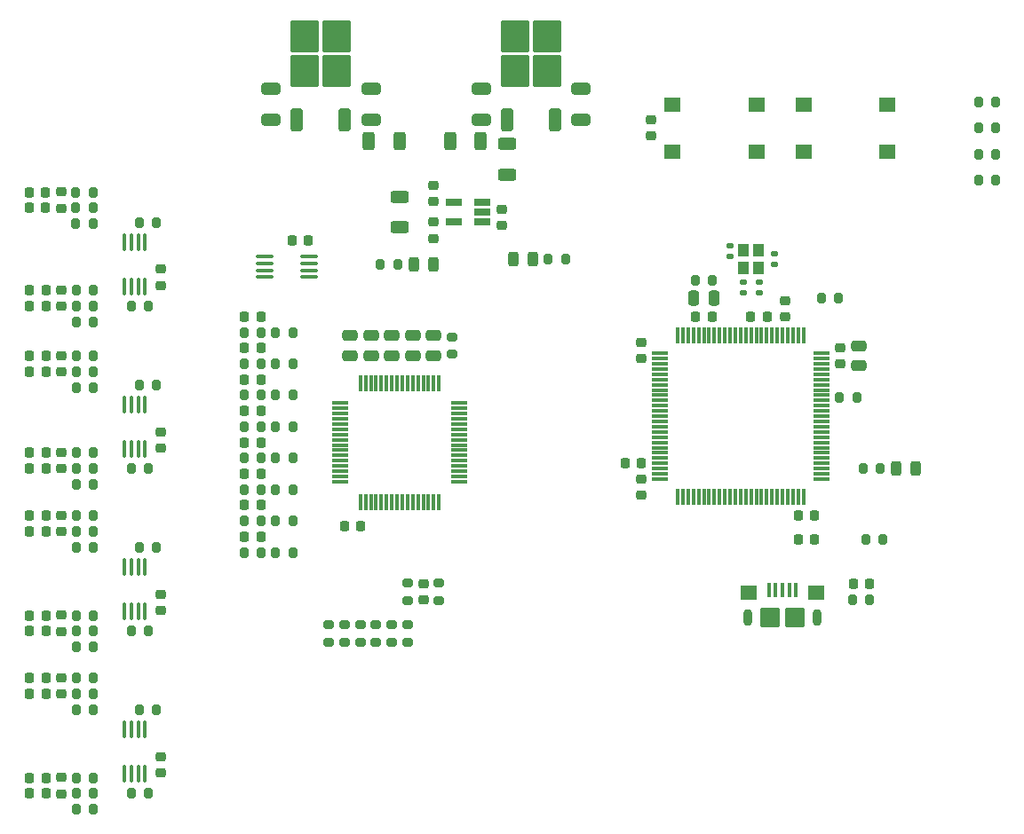
<source format=gtp>
G04 #@! TF.GenerationSoftware,KiCad,Pcbnew,7.0.7*
G04 #@! TF.CreationDate,2023-09-24T13:56:50+10:00*
G04 #@! TF.ProjectId,fyp_nubots_ssl,6679705f-6e75-4626-9f74-735f73736c2e,rev?*
G04 #@! TF.SameCoordinates,Original*
G04 #@! TF.FileFunction,Paste,Top*
G04 #@! TF.FilePolarity,Positive*
%FSLAX46Y46*%
G04 Gerber Fmt 4.6, Leading zero omitted, Abs format (unit mm)*
G04 Created by KiCad (PCBNEW 7.0.7) date 2023-09-24 13:56:50*
%MOMM*%
%LPD*%
G01*
G04 APERTURE LIST*
G04 Aperture macros list*
%AMRoundRect*
0 Rectangle with rounded corners*
0 $1 Rounding radius*
0 $2 $3 $4 $5 $6 $7 $8 $9 X,Y pos of 4 corners*
0 Add a 4 corners polygon primitive as box body*
4,1,4,$2,$3,$4,$5,$6,$7,$8,$9,$2,$3,0*
0 Add four circle primitives for the rounded corners*
1,1,$1+$1,$2,$3*
1,1,$1+$1,$4,$5*
1,1,$1+$1,$6,$7*
1,1,$1+$1,$8,$9*
0 Add four rect primitives between the rounded corners*
20,1,$1+$1,$2,$3,$4,$5,0*
20,1,$1+$1,$4,$5,$6,$7,0*
20,1,$1+$1,$6,$7,$8,$9,0*
20,1,$1+$1,$8,$9,$2,$3,0*%
G04 Aperture macros list end*
%ADD10RoundRect,0.225000X-0.225000X-0.250000X0.225000X-0.250000X0.225000X0.250000X-0.225000X0.250000X0*%
%ADD11RoundRect,0.135000X-0.185000X0.135000X-0.185000X-0.135000X0.185000X-0.135000X0.185000X0.135000X0*%
%ADD12RoundRect,0.200000X0.200000X0.275000X-0.200000X0.275000X-0.200000X-0.275000X0.200000X-0.275000X0*%
%ADD13RoundRect,0.250000X0.475000X-0.250000X0.475000X0.250000X-0.475000X0.250000X-0.475000X-0.250000X0*%
%ADD14RoundRect,0.250000X0.350000X-0.850000X0.350000X0.850000X-0.350000X0.850000X-0.350000X-0.850000X0*%
%ADD15RoundRect,0.250000X1.125000X-1.275000X1.125000X1.275000X-1.125000X1.275000X-1.125000X-1.275000X0*%
%ADD16RoundRect,0.075000X0.075000X-0.700000X0.075000X0.700000X-0.075000X0.700000X-0.075000X-0.700000X0*%
%ADD17RoundRect,0.075000X0.700000X-0.075000X0.700000X0.075000X-0.700000X0.075000X-0.700000X-0.075000X0*%
%ADD18RoundRect,0.225000X0.250000X-0.225000X0.250000X0.225000X-0.250000X0.225000X-0.250000X-0.225000X0*%
%ADD19RoundRect,0.225000X-0.250000X0.225000X-0.250000X-0.225000X0.250000X-0.225000X0.250000X0.225000X0*%
%ADD20R,1.560000X0.650000*%
%ADD21RoundRect,0.200000X-0.275000X0.200000X-0.275000X-0.200000X0.275000X-0.200000X0.275000X0.200000X0*%
%ADD22RoundRect,0.200000X-0.200000X-0.275000X0.200000X-0.275000X0.200000X0.275000X-0.200000X0.275000X0*%
%ADD23RoundRect,0.100000X-0.100000X0.712500X-0.100000X-0.712500X0.100000X-0.712500X0.100000X0.712500X0*%
%ADD24RoundRect,0.100000X-0.100000X-0.575000X0.100000X-0.575000X0.100000X0.575000X-0.100000X0.575000X0*%
%ADD25O,0.900000X1.600000*%
%ADD26RoundRect,0.250000X-0.550000X-0.450000X0.550000X-0.450000X0.550000X0.450000X-0.550000X0.450000X0*%
%ADD27RoundRect,0.250000X-0.700000X-0.700000X0.700000X-0.700000X0.700000X0.700000X-0.700000X0.700000X0*%
%ADD28R,1.000000X1.150000*%
%ADD29RoundRect,0.250000X-0.475000X0.250000X-0.475000X-0.250000X0.475000X-0.250000X0.475000X0.250000X0*%
%ADD30RoundRect,0.200000X0.275000X-0.200000X0.275000X0.200000X-0.275000X0.200000X-0.275000X-0.200000X0*%
%ADD31RoundRect,0.075000X-0.075000X0.725000X-0.075000X-0.725000X0.075000X-0.725000X0.075000X0.725000X0*%
%ADD32RoundRect,0.075000X-0.725000X0.075000X-0.725000X-0.075000X0.725000X-0.075000X0.725000X0.075000X0*%
%ADD33RoundRect,0.250000X0.625000X-0.312500X0.625000X0.312500X-0.625000X0.312500X-0.625000X-0.312500X0*%
%ADD34RoundRect,0.250000X-0.650000X0.325000X-0.650000X-0.325000X0.650000X-0.325000X0.650000X0.325000X0*%
%ADD35RoundRect,0.225000X0.225000X0.250000X-0.225000X0.250000X-0.225000X-0.250000X0.225000X-0.250000X0*%
%ADD36RoundRect,0.100000X-0.712500X-0.100000X0.712500X-0.100000X0.712500X0.100000X-0.712500X0.100000X0*%
%ADD37RoundRect,0.140000X0.170000X-0.140000X0.170000X0.140000X-0.170000X0.140000X-0.170000X-0.140000X0*%
%ADD38R,1.600000X1.400000*%
%ADD39RoundRect,0.250000X-0.312500X-0.625000X0.312500X-0.625000X0.312500X0.625000X-0.312500X0.625000X0*%
%ADD40RoundRect,0.243750X0.243750X0.456250X-0.243750X0.456250X-0.243750X-0.456250X0.243750X-0.456250X0*%
%ADD41RoundRect,0.243750X-0.243750X-0.456250X0.243750X-0.456250X0.243750X0.456250X-0.243750X0.456250X0*%
%ADD42RoundRect,0.250000X-0.250000X-0.475000X0.250000X-0.475000X0.250000X0.475000X-0.250000X0.475000X0*%
G04 APERTURE END LIST*
D10*
X100225000Y-89000000D03*
X101775000Y-89000000D03*
D11*
X147750000Y-79740000D03*
X147750000Y-80760000D03*
D12*
X85825000Y-99000000D03*
X84175000Y-99000000D03*
D13*
X110250000Y-86700000D03*
X110250000Y-84800000D03*
D14*
X105220000Y-64200000D03*
D15*
X105975000Y-59575000D03*
X109025000Y-59575000D03*
X105975000Y-56225000D03*
X109025000Y-56225000D03*
D14*
X109780000Y-64200000D03*
D12*
X85825000Y-83500000D03*
X84175000Y-83500000D03*
D16*
X111250000Y-100675000D03*
X111750000Y-100675000D03*
X112250000Y-100675000D03*
X112750000Y-100675000D03*
X113250000Y-100675000D03*
X113750000Y-100675000D03*
X114250000Y-100675000D03*
X114750000Y-100675000D03*
X115250000Y-100675000D03*
X115750000Y-100675000D03*
X116250000Y-100675000D03*
X116750000Y-100675000D03*
X117250000Y-100675000D03*
X117750000Y-100675000D03*
X118250000Y-100675000D03*
X118750000Y-100675000D03*
D17*
X120675000Y-98750000D03*
X120675000Y-98250000D03*
X120675000Y-97750000D03*
X120675000Y-97250000D03*
X120675000Y-96750000D03*
X120675000Y-96250000D03*
X120675000Y-95750000D03*
X120675000Y-95250000D03*
X120675000Y-94750000D03*
X120675000Y-94250000D03*
X120675000Y-93750000D03*
X120675000Y-93250000D03*
X120675000Y-92750000D03*
X120675000Y-92250000D03*
X120675000Y-91750000D03*
X120675000Y-91250000D03*
D16*
X118750000Y-89325000D03*
X118250000Y-89325000D03*
X117750000Y-89325000D03*
X117250000Y-89325000D03*
X116750000Y-89325000D03*
X116250000Y-89325000D03*
X115750000Y-89325000D03*
X115250000Y-89325000D03*
X114750000Y-89325000D03*
X114250000Y-89325000D03*
X113750000Y-89325000D03*
X113250000Y-89325000D03*
X112750000Y-89325000D03*
X112250000Y-89325000D03*
X111750000Y-89325000D03*
X111250000Y-89325000D03*
D17*
X109325000Y-91250000D03*
X109325000Y-91750000D03*
X109325000Y-92250000D03*
X109325000Y-92750000D03*
X109325000Y-93250000D03*
X109325000Y-93750000D03*
X109325000Y-94250000D03*
X109325000Y-94750000D03*
X109325000Y-95250000D03*
X109325000Y-95750000D03*
X109325000Y-96250000D03*
X109325000Y-96750000D03*
X109325000Y-97250000D03*
X109325000Y-97750000D03*
X109325000Y-98250000D03*
X109325000Y-98750000D03*
D18*
X92250000Y-80025000D03*
X92250000Y-78475000D03*
D19*
X82750000Y-111475000D03*
X82750000Y-113025000D03*
D10*
X79725000Y-111500000D03*
X81275000Y-111500000D03*
X79725000Y-103500000D03*
X81275000Y-103500000D03*
D12*
X104825000Y-87500000D03*
X103175000Y-87500000D03*
D20*
X122850000Y-73950000D03*
X122850000Y-73000000D03*
X122850000Y-72050000D03*
X120150000Y-72050000D03*
X120150000Y-73950000D03*
D12*
X85775000Y-74125000D03*
X84125000Y-74125000D03*
D10*
X79725000Y-117500000D03*
X81275000Y-117500000D03*
D21*
X109750000Y-112425000D03*
X109750000Y-114075000D03*
D12*
X104825000Y-93500000D03*
X103175000Y-93500000D03*
D21*
X111250000Y-112425000D03*
X111250000Y-114075000D03*
D12*
X85825000Y-105000000D03*
X84175000Y-105000000D03*
D21*
X118750000Y-108425000D03*
X118750000Y-110075000D03*
D22*
X100175000Y-93500000D03*
X101825000Y-93500000D03*
D10*
X109725000Y-103000000D03*
X111275000Y-103000000D03*
D12*
X160825000Y-97500000D03*
X159175000Y-97500000D03*
D22*
X84175000Y-103500000D03*
X85825000Y-103500000D03*
D12*
X85825000Y-130000000D03*
X84175000Y-130000000D03*
D23*
X90725000Y-122387500D03*
X90075000Y-122387500D03*
X89425000Y-122387500D03*
X88775000Y-122387500D03*
X88775000Y-126612500D03*
X89425000Y-126612500D03*
X90075000Y-126612500D03*
X90725000Y-126612500D03*
X90725000Y-106887500D03*
X90075000Y-106887500D03*
X89425000Y-106887500D03*
X88775000Y-106887500D03*
X88775000Y-111112500D03*
X89425000Y-111112500D03*
X90075000Y-111112500D03*
X90725000Y-111112500D03*
D10*
X100225000Y-83000000D03*
X101775000Y-83000000D03*
X79725000Y-128480000D03*
X81275000Y-128480000D03*
D24*
X150200000Y-109075000D03*
X150850000Y-109075000D03*
X151500000Y-109075000D03*
X152150000Y-109075000D03*
X152800000Y-109075000D03*
D25*
X148200000Y-111750000D03*
D26*
X148300000Y-109300000D03*
D27*
X150300000Y-111750000D03*
X152700000Y-111750000D03*
D26*
X154700000Y-109300000D03*
D25*
X154800000Y-111750000D03*
D28*
X149200000Y-78375000D03*
X149200000Y-76625000D03*
X147800000Y-76625000D03*
X147800000Y-78375000D03*
D22*
X84125000Y-71125000D03*
X85775000Y-71125000D03*
X84175000Y-80500000D03*
X85825000Y-80500000D03*
D10*
X79725000Y-127000000D03*
X81275000Y-127000000D03*
D29*
X112250000Y-84800000D03*
X112250000Y-86700000D03*
D12*
X161075000Y-104250000D03*
X159425000Y-104250000D03*
D30*
X120000000Y-86575000D03*
X120000000Y-84925000D03*
D10*
X79725000Y-119000000D03*
X81275000Y-119000000D03*
D12*
X171825000Y-67500000D03*
X170175000Y-67500000D03*
D19*
X117250000Y-108475000D03*
X117250000Y-110025000D03*
D30*
X115750000Y-110075000D03*
X115750000Y-108425000D03*
D19*
X82750000Y-126975000D03*
X82750000Y-128525000D03*
D10*
X148475000Y-83000000D03*
X150025000Y-83000000D03*
D19*
X124750000Y-72725000D03*
X124750000Y-74275000D03*
D31*
X153500000Y-84825000D03*
X153000000Y-84825000D03*
X152500000Y-84825000D03*
X152000000Y-84825000D03*
X151500000Y-84825000D03*
X151000000Y-84825000D03*
X150500000Y-84825000D03*
X150000000Y-84825000D03*
X149500000Y-84825000D03*
X149000000Y-84825000D03*
X148500000Y-84825000D03*
X148000000Y-84825000D03*
X147500000Y-84825000D03*
X147000000Y-84825000D03*
X146500000Y-84825000D03*
X146000000Y-84825000D03*
X145500000Y-84825000D03*
X145000000Y-84825000D03*
X144500000Y-84825000D03*
X144000000Y-84825000D03*
X143500000Y-84825000D03*
X143000000Y-84825000D03*
X142500000Y-84825000D03*
X142000000Y-84825000D03*
X141500000Y-84825000D03*
D32*
X139825000Y-86500000D03*
X139825000Y-87000000D03*
X139825000Y-87500000D03*
X139825000Y-88000000D03*
X139825000Y-88500000D03*
X139825000Y-89000000D03*
X139825000Y-89500000D03*
X139825000Y-90000000D03*
X139825000Y-90500000D03*
X139825000Y-91000000D03*
X139825000Y-91500000D03*
X139825000Y-92000000D03*
X139825000Y-92500000D03*
X139825000Y-93000000D03*
X139825000Y-93500000D03*
X139825000Y-94000000D03*
X139825000Y-94500000D03*
X139825000Y-95000000D03*
X139825000Y-95500000D03*
X139825000Y-96000000D03*
X139825000Y-96500000D03*
X139825000Y-97000000D03*
X139825000Y-97500000D03*
X139825000Y-98000000D03*
X139825000Y-98500000D03*
D31*
X141500000Y-100175000D03*
X142000000Y-100175000D03*
X142500000Y-100175000D03*
X143000000Y-100175000D03*
X143500000Y-100175000D03*
X144000000Y-100175000D03*
X144500000Y-100175000D03*
X145000000Y-100175000D03*
X145500000Y-100175000D03*
X146000000Y-100175000D03*
X146500000Y-100175000D03*
X147000000Y-100175000D03*
X147500000Y-100175000D03*
X148000000Y-100175000D03*
X148500000Y-100175000D03*
X149000000Y-100175000D03*
X149500000Y-100175000D03*
X150000000Y-100175000D03*
X150500000Y-100175000D03*
X151000000Y-100175000D03*
X151500000Y-100175000D03*
X152000000Y-100175000D03*
X152500000Y-100175000D03*
X153000000Y-100175000D03*
X153500000Y-100175000D03*
D32*
X155175000Y-98500000D03*
X155175000Y-98000000D03*
X155175000Y-97500000D03*
X155175000Y-97000000D03*
X155175000Y-96500000D03*
X155175000Y-96000000D03*
X155175000Y-95500000D03*
X155175000Y-95000000D03*
X155175000Y-94500000D03*
X155175000Y-94000000D03*
X155175000Y-93500000D03*
X155175000Y-93000000D03*
X155175000Y-92500000D03*
X155175000Y-92000000D03*
X155175000Y-91500000D03*
X155175000Y-91000000D03*
X155175000Y-90500000D03*
X155175000Y-90000000D03*
X155175000Y-89500000D03*
X155175000Y-89000000D03*
X155175000Y-88500000D03*
X155175000Y-88000000D03*
X155175000Y-87500000D03*
X155175000Y-87000000D03*
X155175000Y-86500000D03*
D10*
X79725000Y-82000000D03*
X81275000Y-82000000D03*
D22*
X84175000Y-88250000D03*
X85825000Y-88250000D03*
D12*
X104825000Y-90500000D03*
X103175000Y-90500000D03*
D10*
X100225000Y-86000000D03*
X101775000Y-86000000D03*
D18*
X138000000Y-87025000D03*
X138000000Y-85475000D03*
D12*
X85825000Y-114500000D03*
X84175000Y-114500000D03*
D22*
X100175000Y-96500000D03*
X101825000Y-96500000D03*
D10*
X79675000Y-72625000D03*
X81225000Y-72625000D03*
X143225000Y-83000000D03*
X144775000Y-83000000D03*
D19*
X82750000Y-80475000D03*
X82750000Y-82025000D03*
D22*
X84175000Y-82000000D03*
X85825000Y-82000000D03*
X89425000Y-82000000D03*
X91075000Y-82000000D03*
D33*
X125250000Y-69462500D03*
X125250000Y-66537500D03*
D34*
X112250000Y-61275000D03*
X112250000Y-64225000D03*
D22*
X84175000Y-96000000D03*
X85825000Y-96000000D03*
D19*
X82750000Y-101975000D03*
X82750000Y-103525000D03*
D22*
X84175000Y-117500000D03*
X85825000Y-117500000D03*
X100175000Y-105500000D03*
X101825000Y-105500000D03*
X84175000Y-119000000D03*
X85825000Y-119000000D03*
D12*
X104825000Y-84500000D03*
X103175000Y-84500000D03*
D22*
X89425000Y-113000000D03*
X91075000Y-113000000D03*
D35*
X106275000Y-75750000D03*
X104725000Y-75750000D03*
D22*
X100175000Y-90500000D03*
X101825000Y-90500000D03*
D10*
X79725000Y-80500000D03*
X81275000Y-80500000D03*
D19*
X118250000Y-70475000D03*
X118250000Y-72025000D03*
D22*
X84175000Y-97500000D03*
X85825000Y-97500000D03*
D36*
X102137500Y-77275000D03*
X102137500Y-77925000D03*
X102137500Y-78575000D03*
X102137500Y-79225000D03*
X106362500Y-79225000D03*
X106362500Y-78575000D03*
X106362500Y-77925000D03*
X106362500Y-77275000D03*
D18*
X151750000Y-83025000D03*
X151750000Y-81475000D03*
D22*
X89425000Y-97500000D03*
X91075000Y-97500000D03*
X100175000Y-84500000D03*
X101825000Y-84500000D03*
D19*
X82700000Y-71100000D03*
X82700000Y-72650000D03*
D37*
X146500000Y-77230000D03*
X146500000Y-76270000D03*
D19*
X82750000Y-95975000D03*
X82750000Y-97525000D03*
D34*
X102750000Y-61275000D03*
X102750000Y-64225000D03*
D22*
X84175000Y-102000000D03*
X85825000Y-102000000D03*
X155175000Y-81250000D03*
X156825000Y-81250000D03*
X90175000Y-89500000D03*
X91825000Y-89500000D03*
D12*
X171825000Y-70000000D03*
X170175000Y-70000000D03*
D18*
X138000000Y-100025000D03*
X138000000Y-98475000D03*
D10*
X100225000Y-101000000D03*
X101775000Y-101000000D03*
D38*
X141000000Y-62750000D03*
X149000000Y-62750000D03*
X141000000Y-67250000D03*
X149000000Y-67250000D03*
D34*
X132250000Y-61275000D03*
X132250000Y-64225000D03*
D12*
X104825000Y-102500000D03*
X103175000Y-102500000D03*
D39*
X112037500Y-66250000D03*
X114962500Y-66250000D03*
D18*
X118250000Y-75525000D03*
X118250000Y-73975000D03*
D22*
X129175000Y-77500000D03*
X130825000Y-77500000D03*
D19*
X82750000Y-117475000D03*
X82750000Y-119025000D03*
D22*
X84175000Y-86750000D03*
X85825000Y-86750000D03*
D10*
X79725000Y-86750000D03*
X81275000Y-86750000D03*
D40*
X164187500Y-97500000D03*
X162312500Y-97500000D03*
D10*
X100225000Y-92000000D03*
X101775000Y-92000000D03*
D35*
X154525000Y-102000000D03*
X152975000Y-102000000D03*
D22*
X84175000Y-127000000D03*
X85825000Y-127000000D03*
D38*
X153500000Y-62750000D03*
X161500000Y-62750000D03*
X153500000Y-67250000D03*
X161500000Y-67250000D03*
D39*
X119787500Y-66250000D03*
X122712500Y-66250000D03*
D22*
X90175000Y-120500000D03*
X91825000Y-120500000D03*
D29*
X118250000Y-84800000D03*
X118250000Y-86700000D03*
D23*
X90725000Y-75887500D03*
X90075000Y-75887500D03*
X89425000Y-75887500D03*
X88775000Y-75887500D03*
X88775000Y-80112500D03*
X89425000Y-80112500D03*
X90075000Y-80112500D03*
X90725000Y-80112500D03*
D12*
X85825000Y-120500000D03*
X84175000Y-120500000D03*
D34*
X122750000Y-61275000D03*
X122750000Y-64225000D03*
D10*
X79675000Y-71125000D03*
X81225000Y-71125000D03*
D21*
X108250000Y-112425000D03*
X108250000Y-114075000D03*
D22*
X90175000Y-105000000D03*
X91825000Y-105000000D03*
D18*
X92250000Y-111025000D03*
X92250000Y-109475000D03*
D37*
X150750000Y-77980000D03*
X150750000Y-77020000D03*
D41*
X125812500Y-77500000D03*
X127687500Y-77500000D03*
D12*
X144825000Y-79500000D03*
X143175000Y-79500000D03*
D22*
X158175000Y-110000000D03*
X159825000Y-110000000D03*
D14*
X125220000Y-64200000D03*
D15*
X125975000Y-59575000D03*
X129025000Y-59575000D03*
X125975000Y-56225000D03*
X129025000Y-56225000D03*
D14*
X129780000Y-64200000D03*
D30*
X115750000Y-114075000D03*
X115750000Y-112425000D03*
D12*
X171825000Y-62500000D03*
X170175000Y-62500000D03*
D21*
X114250000Y-112425000D03*
X114250000Y-114075000D03*
D12*
X85825000Y-89750000D03*
X84175000Y-89750000D03*
D18*
X139000000Y-65775000D03*
X139000000Y-64225000D03*
D12*
X104825000Y-105500000D03*
X103175000Y-105500000D03*
D19*
X157000000Y-85975000D03*
X157000000Y-87525000D03*
D10*
X136475000Y-97000000D03*
X138025000Y-97000000D03*
D22*
X100175000Y-99500000D03*
X101825000Y-99500000D03*
D33*
X115000000Y-74462500D03*
X115000000Y-71537500D03*
D29*
X116250000Y-84800000D03*
X116250000Y-86700000D03*
D23*
X90725000Y-91387500D03*
X90075000Y-91387500D03*
X89425000Y-91387500D03*
X88775000Y-91387500D03*
X88775000Y-95612500D03*
X89425000Y-95612500D03*
X90075000Y-95612500D03*
X90725000Y-95612500D03*
D12*
X104825000Y-99500000D03*
X103175000Y-99500000D03*
D10*
X79725000Y-97500000D03*
X81275000Y-97500000D03*
D22*
X100175000Y-87500000D03*
X101825000Y-87500000D03*
D18*
X92250000Y-126525000D03*
X92250000Y-124975000D03*
D10*
X152975000Y-104250000D03*
X154525000Y-104250000D03*
D22*
X84175000Y-113000000D03*
X85825000Y-113000000D03*
D40*
X118187500Y-78000000D03*
X116312500Y-78000000D03*
D10*
X158225000Y-108500000D03*
X159775000Y-108500000D03*
D22*
X100175000Y-102500000D03*
X101825000Y-102500000D03*
D10*
X100200000Y-98000000D03*
X101750000Y-98000000D03*
X79725000Y-88250000D03*
X81275000Y-88250000D03*
D12*
X114825000Y-78000000D03*
X113175000Y-78000000D03*
D30*
X112750000Y-114075000D03*
X112750000Y-112425000D03*
D12*
X104825000Y-96500000D03*
X103175000Y-96500000D03*
D13*
X114250000Y-86700000D03*
X114250000Y-84800000D03*
D10*
X79725000Y-113000000D03*
X81275000Y-113000000D03*
X79725000Y-102000000D03*
X81275000Y-102000000D03*
D11*
X149250000Y-79740000D03*
X149250000Y-80760000D03*
D10*
X79725000Y-96000000D03*
X81275000Y-96000000D03*
D22*
X170175000Y-65000000D03*
X171825000Y-65000000D03*
D18*
X92250000Y-95525000D03*
X92250000Y-93975000D03*
D22*
X84175000Y-128500000D03*
X85825000Y-128500000D03*
D10*
X100225000Y-95000000D03*
X101775000Y-95000000D03*
D42*
X143050000Y-81250000D03*
X144950000Y-81250000D03*
D12*
X158575000Y-90750000D03*
X156925000Y-90750000D03*
D22*
X89425000Y-128500000D03*
X91075000Y-128500000D03*
X84125000Y-72625000D03*
X85775000Y-72625000D03*
D29*
X158750000Y-85800000D03*
X158750000Y-87700000D03*
D22*
X90175000Y-74000000D03*
X91825000Y-74000000D03*
X84175000Y-111500000D03*
X85825000Y-111500000D03*
D10*
X100225000Y-104000000D03*
X101775000Y-104000000D03*
D19*
X82750000Y-86725000D03*
X82750000Y-88275000D03*
M02*

</source>
